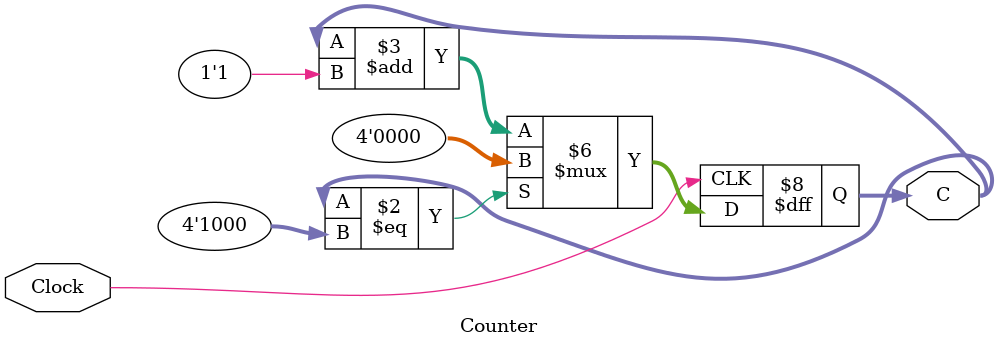
<source format=v>
`timescale 1ns / 1ps

module DataReceiver(serial,Clock,D_out,data_valid,parity_error);
    input serial;
    input Clock;
    output reg [7:0] D_out;
    output reg data_valid;
    output reg parity_error;

    wire [3:0] C;
    wire shift_enable;
    wire reset;
    wire i;
    wire calculated_parity;
    wire [7:0] data;
    
    
    assign shift_enable = 8; 
    assign reset = 0;
    assign i = shift_enable;
    
    always@(posedge Clock)
    begin
        if (C == 4'd8)
        begin
            if (serial != calculated_parity)
                parity_error <= 1'b1;
            else
                parity_error <= 1'b0;
            
            D_out <= data;
            data_valid <= 1'b1;
        end
        else
        begin
            data_valid <= 1'b0;
            if (C == 4'd0)
                parity_error <= 1'b0;
        end
    end

    Counter myCounter (.Clock(Clock),.C(C));
    ShiftReg myShiftReg (.Clock(Clock),.shift_enable(shift_enable),.sin(serial),.Q(data));
    OdddParityCheck myParityCheck (.w(i),.reset(reset),.clock(Clock),.p(calculated_parity));
    
endmodule


module ShiftReg(Clock,shift_enable,sin,Q);
    input Clock;
    input shift_enable;
    input sin;
    output reg [7:0] Q;

    initial
    begin
        Q = 8'd0;
    end

    always@(posedge Clock)
    begin
        if (shift_enable)
        begin

            Q[7] <= sin;
            Q[6] <= Q[7];
            Q[5] <= Q[6];
            Q[4] <= Q[5];
            Q[3] <= Q[4];
            Q[2] <= Q[3];
            Q[1] <= Q[2];
            Q[0] <= Q[1];
        end
    end
endmodule

module OdddParityCheck(w,reset,clock,p);
    input w;
    input reset;
    input clock;
    output reg p;

    localparam S_even = 1'b0, S_odd=1'b1;
    reg state_reg, state_next;
    
    always@(posedge clock)
    begin
        if (reset == 1'b0)
            state_reg <= S_even;
        else
            state_reg <= state_next;
    end
    
    always@*
    begin
        state_next = state_reg;
        case(state_reg)
        S_even:
        begin
            p = 1'b0;
            if (w)
                state_next = S_odd;
        end
        S_odd:
        begin
            p = 1'b1;
            if (w)
                state_next = S_even;
        end 
        default: 
        begin
            p = 1'b0;
            state_next = S_even;
        end
        endcase
    end
endmodule


module Counter(Clock,C);
    input Clock;
    output reg [3:0] C;
    
    initial
    begin
        C = 4'd0;
    end
    
    always@(posedge Clock)
    begin
        if (C == 4'd8)
            C <= 4'd0;
        else
            C <= C + 1'b1;
    end
endmodule
</source>
